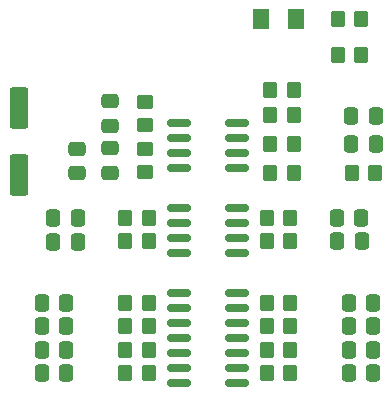
<source format=gtp>
%TF.GenerationSoftware,KiCad,Pcbnew,8.0.2*%
%TF.CreationDate,2025-06-15T12:49:30+05:30*%
%TF.ProjectId,final schematics,66696e61-6c20-4736-9368-656d61746963,1.0*%
%TF.SameCoordinates,Original*%
%TF.FileFunction,Paste,Top*%
%TF.FilePolarity,Positive*%
%FSLAX46Y46*%
G04 Gerber Fmt 4.6, Leading zero omitted, Abs format (unit mm)*
G04 Created by KiCad (PCBNEW 8.0.2) date 2025-06-15 12:49:30*
%MOMM*%
%LPD*%
G01*
G04 APERTURE LIST*
G04 Aperture macros list*
%AMRoundRect*
0 Rectangle with rounded corners*
0 $1 Rounding radius*
0 $2 $3 $4 $5 $6 $7 $8 $9 X,Y pos of 4 corners*
0 Add a 4 corners polygon primitive as box body*
4,1,4,$2,$3,$4,$5,$6,$7,$8,$9,$2,$3,0*
0 Add four circle primitives for the rounded corners*
1,1,$1+$1,$2,$3*
1,1,$1+$1,$4,$5*
1,1,$1+$1,$6,$7*
1,1,$1+$1,$8,$9*
0 Add four rect primitives between the rounded corners*
20,1,$1+$1,$2,$3,$4,$5,0*
20,1,$1+$1,$4,$5,$6,$7,0*
20,1,$1+$1,$6,$7,$8,$9,0*
20,1,$1+$1,$8,$9,$2,$3,0*%
G04 Aperture macros list end*
%ADD10RoundRect,0.150000X-0.825000X-0.150000X0.825000X-0.150000X0.825000X0.150000X-0.825000X0.150000X0*%
%ADD11RoundRect,0.250000X0.350000X0.450000X-0.350000X0.450000X-0.350000X-0.450000X0.350000X-0.450000X0*%
%ADD12RoundRect,0.250000X0.337500X0.475000X-0.337500X0.475000X-0.337500X-0.475000X0.337500X-0.475000X0*%
%ADD13RoundRect,0.250000X-0.350000X-0.450000X0.350000X-0.450000X0.350000X0.450000X-0.350000X0.450000X0*%
%ADD14RoundRect,0.250000X-0.475000X0.337500X-0.475000X-0.337500X0.475000X-0.337500X0.475000X0.337500X0*%
%ADD15RoundRect,0.250000X-0.337500X-0.475000X0.337500X-0.475000X0.337500X0.475000X-0.337500X0.475000X0*%
%ADD16RoundRect,0.250000X0.475000X-0.337500X0.475000X0.337500X-0.475000X0.337500X-0.475000X-0.337500X0*%
%ADD17RoundRect,0.250000X0.450000X-0.350000X0.450000X0.350000X-0.450000X0.350000X-0.450000X-0.350000X0*%
%ADD18RoundRect,0.250001X-0.462499X-0.624999X0.462499X-0.624999X0.462499X0.624999X-0.462499X0.624999X0*%
%ADD19RoundRect,0.250000X-0.550000X1.500000X-0.550000X-1.500000X0.550000X-1.500000X0.550000X1.500000X0*%
G04 APERTURE END LIST*
D10*
%TO.C,U3*%
X137550000Y-94978750D03*
X137550000Y-96248750D03*
X137550000Y-97518750D03*
X137550000Y-98788750D03*
X142500000Y-98788750D03*
X142500000Y-97518750D03*
X142500000Y-96248750D03*
X142500000Y-94978750D03*
%TD*%
D11*
%TO.C,R3*%
X153000000Y-79000000D03*
X151000000Y-79000000D03*
%TD*%
D12*
%TO.C,C13*%
X154214208Y-87179702D03*
X152139208Y-87179702D03*
%TD*%
D13*
%TO.C,R4*%
X151000000Y-82000000D03*
X153000000Y-82000000D03*
%TD*%
%TO.C,R21*%
X152176708Y-92000000D03*
X154176708Y-92000000D03*
%TD*%
%TO.C,R20*%
X145260200Y-92000000D03*
X147260200Y-92000000D03*
%TD*%
D14*
%TO.C,C4*%
X128916705Y-89962500D03*
X128916705Y-92037500D03*
%TD*%
D13*
%TO.C,R17*%
X133000000Y-107000000D03*
X135000000Y-107000000D03*
%TD*%
D11*
%TO.C,R18*%
X147000000Y-109000000D03*
X145000000Y-109000000D03*
%TD*%
D15*
%TO.C,C5*%
X126925000Y-95857500D03*
X129000000Y-95857500D03*
%TD*%
D12*
%TO.C,C7*%
X128997404Y-97897058D03*
X126922404Y-97897058D03*
%TD*%
D16*
%TO.C,C2*%
X131689494Y-92020925D03*
X131689494Y-89945925D03*
%TD*%
D11*
%TO.C,R9*%
X135000000Y-103000000D03*
X133000000Y-103000000D03*
%TD*%
%TO.C,R12*%
X147000000Y-103000000D03*
X145000000Y-103000000D03*
%TD*%
D13*
%TO.C,R7*%
X133000000Y-97827500D03*
X135000000Y-97827500D03*
%TD*%
D11*
%TO.C,R11*%
X135000000Y-105000000D03*
X133000000Y-105000000D03*
%TD*%
D16*
%TO.C,C3*%
X131689494Y-88020925D03*
X131689494Y-85945925D03*
%TD*%
D10*
%TO.C,U2*%
X137525000Y-102190000D03*
X137525000Y-103460000D03*
X137525000Y-104730000D03*
X137525000Y-106000000D03*
X137525000Y-107270000D03*
X137525000Y-108540000D03*
X137525000Y-109810000D03*
X142475000Y-109810000D03*
X142475000Y-108540000D03*
X142475000Y-107270000D03*
X142475000Y-106000000D03*
X142475000Y-104730000D03*
X142475000Y-103460000D03*
X142475000Y-102190000D03*
%TD*%
D13*
%TO.C,R5*%
X133000000Y-95827500D03*
X135000000Y-95827500D03*
%TD*%
D12*
%TO.C,C11*%
X128037500Y-105000000D03*
X125962500Y-105000000D03*
%TD*%
D13*
%TO.C,R16*%
X145281109Y-84987783D03*
X147281109Y-84987783D03*
%TD*%
%TO.C,R8*%
X145000000Y-97827500D03*
X147000000Y-97827500D03*
%TD*%
D15*
%TO.C,C17*%
X151925000Y-107000000D03*
X154000000Y-107000000D03*
%TD*%
%TO.C,C9*%
X125962500Y-103000000D03*
X128037500Y-103000000D03*
%TD*%
D12*
%TO.C,C8*%
X153037500Y-97827500D03*
X150962500Y-97827500D03*
%TD*%
D15*
%TO.C,C18*%
X152139208Y-89604851D03*
X154214208Y-89604851D03*
%TD*%
D13*
%TO.C,R6*%
X145000000Y-95827500D03*
X147000000Y-95827500D03*
%TD*%
D17*
%TO.C,R1*%
X134689494Y-91983425D03*
X134689494Y-89983425D03*
%TD*%
D12*
%TO.C,C12*%
X154000000Y-103000000D03*
X151925000Y-103000000D03*
%TD*%
D13*
%TO.C,R19*%
X145260200Y-89574851D03*
X147260200Y-89574851D03*
%TD*%
D10*
%TO.C,U1*%
X137550000Y-87767500D03*
X137550000Y-89037500D03*
X137550000Y-90307500D03*
X137550000Y-91577500D03*
X142500000Y-91577500D03*
X142500000Y-90307500D03*
X142500000Y-89037500D03*
X142500000Y-87767500D03*
%TD*%
D11*
%TO.C,R10*%
X147000000Y-105000000D03*
X145000000Y-105000000D03*
%TD*%
D18*
%TO.C,D1*%
X144512500Y-79000000D03*
X147487500Y-79000000D03*
%TD*%
D11*
%TO.C,R15*%
X147000000Y-107000000D03*
X145000000Y-107000000D03*
%TD*%
D12*
%TO.C,C10*%
X154000000Y-105000000D03*
X151925000Y-105000000D03*
%TD*%
D13*
%TO.C,R14*%
X133000000Y-109000000D03*
X135000000Y-109000000D03*
%TD*%
D15*
%TO.C,C15*%
X151925000Y-109000000D03*
X154000000Y-109000000D03*
%TD*%
D19*
%TO.C,C1*%
X124000000Y-86558818D03*
X124000000Y-92158818D03*
%TD*%
D17*
%TO.C,R2*%
X134689494Y-87983425D03*
X134689494Y-85983425D03*
%TD*%
D15*
%TO.C,C6*%
X150925000Y-95827500D03*
X153000000Y-95827500D03*
%TD*%
%TO.C,C14*%
X125962500Y-107000000D03*
X128037500Y-107000000D03*
%TD*%
D12*
%TO.C,C16*%
X128037500Y-109000000D03*
X125962500Y-109000000D03*
%TD*%
D11*
%TO.C,R13*%
X147260200Y-87149702D03*
X145260200Y-87149702D03*
%TD*%
M02*

</source>
